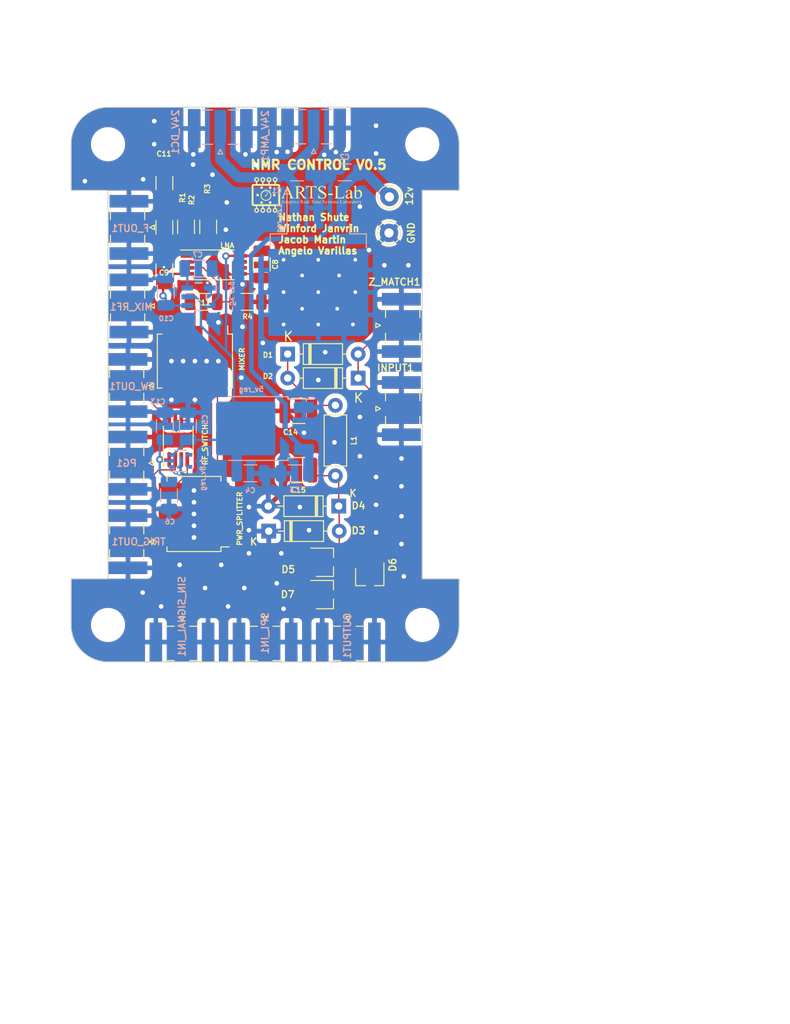
<source format=kicad_pcb>
(kicad_pcb (version 20221018) (generator pcbnew)
  (layers (0 "F.Cu" signal) (1 "In1.Cu" signal) (2 "In2.Cu" signal) (31 "B.Cu" signal) (34 "B.Paste" user) (35 "F.Paste" user) (36 "B.SilkS" user "B.Silkscreen") (37 "F.SilkS" user "F.Silkscreen") (38 "B.Mask" user) (39 "F.Mask" user) (44 "Edge.Cuts" user))
  (net 0 "")
  (net 1 "24v")
  (net 2 "GND")
  (net 3 "12v")
  (net 4 "5v")
  (net 5 "1.8v")
  (net 6 "Net-(U4-C+)")
  (net 7 "Net-(U4-C-)")
  (net 8 "-5v")
  (net 9 "Net-(J3-In)")
  (net 10 "Net-(U5-+IN1)")
  (net 11 "IF")
  (net 12 "Net-(D1-K)")
  (net 13 "Net-(D3-A)")
  (net 14 "Net-(D1-A)")
  (net 15 "Net-(J4-In)")
  (net 16 "Net-(J5-In)")
  (net 17 "Net-(J6-In)")
  (net 18 "Net-(J6-Ext)")
  (net 19 "Net-(J9-In)")
  (net 20 "Net-(U5-OUT1)")
  (net 21 "Net-(U5--IN1)")
  (net 22 "Net-(U5--IN2)")
  (net 23 "Net-(U6-LO)")
  (net 25 "Net-(U7-PORT2)")
  (footprint "Capacitor_SMD:C_1206_3216Metric" (layer "F.Cu") (at 64.1 86.65 90)
    (fp_text reference "C9")
    (fp_text value "0.1uF")
  )
  (footprint "Capacitor_SMD:C_1210_3225Metric" (layer "F.Cu") (at 78.6 108.25 180)
    (fp_text reference "C15")
    (fp_text value "C")
  )
  (footprint "Package_SO:TSSOP-8_4.4x3mm_P0.65mm" (layer "F.Cu") (at 69.44 86.05)
    (fp_text reference "LNA")
    (fp_text value "LM4565FV_J-GE2")
  )
  (footprint "Resistor_SMD:R_1206_3216Metric" (layer "F.Cu") (at 64.1 82 90)
    (fp_text reference "R1")
    (fp_text value "12k")
  )
  (footprint "Diode_THT:D_DO-35_SOD27_P7.62mm_Horizontal" (layer "F.Cu") (at 85.06 98.3 180)
    (fp_text reference "D2")
    (fp_text value "D")
  )
  (footprint "Connector_Coaxial:SMA_Samtec_SMA-J-P-X-ST-EM1_EdgeMount" (layer "F.Cu") (at 60.2625 82 -90)
    (fp_text reference "F_OUT1")
    (fp_text value "F_OUT1")
  )
  (footprint "Capacitor_SMD:C_1206_3216Metric" (layer "F.Cu") (at 68.34 90.05 180)
    (fp_text reference "C12")
    (fp_text value "1nF")
  )
  (footprint "Capacitor_SMD:C_1210_3225Metric" (layer "F.Cu") (at 78.6 101.85 180)
    (fp_text reference "C14")
    (fp_text value "C")
  )
  (footprint "Connector_Coaxial:SMA_Samtec_SMA-J-P-X-ST-EM1_EdgeMount" (layer "F.Cu") (at 60.1625 116 -90)
    (fp_text reference "TRIG_OUT1")
    (fp_text value "TRIG_OUT1")
  )
  (footprint "Connector_Coaxial:SMA_Samtec_SMA-J-P-X-ST-EM1_EdgeMount" (layer "F.Cu") (at 84 126.85)
    (fp_text reference "OUTPUT1")
    (fp_text value "OUTPUT1")
  )
  (footprint "Connector_Coaxial:SMA_Samtec_SMA-J-P-X-ST-EM1_EdgeMount" (layer "F.Cu") (at 60.2625 90.5 -90)
    (fp_text reference "MIX_RF1")
    (fp_text value "MIX_RF1")
  )
  (footprint "Package_TO_SOT_SMD:TSOT-23_HandSoldering" (layer "F.Cu") (at 86.34 119.8 -90)
    (fp_text reference "D6")
    (fp_text value "D_Dual_Series_AKC")
  )
  (footprint "Connector_Coaxial:SMA_Samtec_SMA-J-P-X-ST-EM1_EdgeMount" (layer "F.Cu") (at 60.1625 99.1 -90)
    (fp_text reference "SW_OUT1")
    (fp_text value "SW_OUT1")
  )
  (footprint "MountingHole:MountingHole_3.2mm_M3" (layer "F.Cu") (at 58 73)
    (fp_text reference "H4" hide)
    (fp_text value "MountingHole" hide)
  )
  (footprint "Library:ARTS" (layer "F.Cu") (at 79.502 78.486)
    (fp_text reference "G***" hide)
    (fp_text value "LOGO" hide)
  )
  (footprint "RF_Mini-Circuits:Mini-Circuits_CD636_LandPatternPL-035" (layer "F.Cu") (at 67.3 113 180)
    (fp_text reference "PWR_SPLITTER")
    (fp_text value "ADP-2-1W")
  )
  (footprint "Connector_Pin:Pin_D1.0mm_L10.0mm" (layer "F.Cu") (at 88.4 82.6 -90)
    (fp_text reference "GND")
    (fp_text value "MountingHole_Pad" hide)
  )
  (footprint "Package_TO_SOT_SMD:TSOT-23_HandSoldering" (layer "F.Cu") (at 81.45 118.2)
    (fp_text reference "D5")
    (fp_text value "D_Dual_Series_AKC")
  )
  (footprint "Connector_Coaxial:SMA_Samtec_SMA-J-P-X-ST-EM1_EdgeMount" (layer "F.Cu") (at 89.7375 101.6 90)
    (fp_text reference "INPUT1")
    (fp_text value "INPUT1")
  )
  (footprint "Diode_THT:D_DO-35_SOD27_P7.62mm_Horizontal" (layer "F.Cu") (at 75.39 114.85)
    (fp_text reference "D3")
    (fp_text value "1N4148")
  )
  (footprint "Inductor_THT:L_Axial_L5.3mm_D2.2mm_P7.62mm_Horizontal_Vishay_IM-1" (layer "F.Cu") (at 82.6 101.24 -90)
    (fp_text reference "L1")
    (fp_text value "0.56uH")
  )
  (footprint "Connector_Coaxial:SMA_Samtec_SMA-J-P-X-ST-EM1_EdgeMount" (layer "F.Cu") (at 89.7375 92.6 90)
    (fp_text reference "Z_MATCH1")
    (fp_text value "Z_MATCH1")
  )
  (footprint "Resistor_SMD:R_1206_3216Metric" (layer "F.Cu") (at 66.44 81.9375 -90)
    (fp_text reference "R2")
    (fp_text value "100k")
  )
  (footprint "Capacitor_SMD:C_1206_3216Metric" (layer "F.Cu") (at 64.1 77.2 90)
    (fp_text reference "C11")
    (fp_text value "1nF")
  )
  (footprint "RF_Mini-Circuits:Mini-Circuits_CD542_LandPatternPL-052" (layer "F.Cu") (at 67.4 96.46 -90)
    (fp_text reference "MIXER")
    (fp_text value "ADE-6")
  )
  (footprint "MountingHole:MountingHole_3.2mm_M3" (layer "F.Cu") (at 92 73)
    (fp_text reference "H3" hide)
    (fp_text value "MountingHole" hide)
  )
  (footprint "Connector_Coaxial:SMA_Samtec_SMA-J-P-X-ST-EM1_EdgeMount" (layer "F.Cu") (at 75 126.85)
    (fp_text reference "SPL_IN1")
    (fp_text value "SPL_IN1")
  )
  (footprint "Capacitor_SMD:C_1206_3216Metric" (layer "F.Cu") (at 74.64 86 -90)
    (fp_text reference "C8")
    (fp_text value "0.1uF")
  )
  (footprint "MountingHole:MountingHole_3.2mm_M3" (layer "F.Cu") (at 58 125)
    (fp_text reference "H6" hide)
    (fp_text value "MountingHole" hide)
  )
  (footprint "MountingHole:MountingHole_3.2mm_M3" (layer "F.Cu") (at 92 125)
    (fp_text reference "H5" hide)
    (fp_text value "MountingHole" hide)
  )
  (footprint "Connector_Coaxial:SMA_Samtec_SMA-J-P-X-ST-EM1_EdgeMount" (layer "F.Cu") (at 60.1625 107.5 -90)
    (fp_text reference "PG1")
    (fp_text value "PULSE_GEN_IN1")
  )
  (footprint "Package_SO:MSOP-8_3x3mm_P0.65mm" (layer "F.Cu") (at 65.6 105 90)
    (fp_text reference "RF_SWITCH")
    (fp_text value "ADG901BRMZ")
  )
  (footprint "Package_TO_SOT_SMD:TSOT-23_HandSoldering" (layer "F.Cu") (at 81.44 121.7)
    (fp_text reference "D7")
    (fp_text value "D_Dual_Series_AKC")
  )
  (footprint "Resistor_SMD:R_1206_3216Metric" (layer "F.Cu") (at 73.14 90.05)
    (fp_text reference "R4")
    (fp_text value "20k")
  )
  (footprint "Diode_THT:D_DO-35_SOD27_P7.62mm_Horizontal" (layer "F.Cu") (at 77.44 95.7)
    (fp_text reference "D1")
    (fp_text value "D")
  )
  (footprint "Diode_THT:D_DO-35_SOD27_P7.62mm_Horizontal" (layer "F.Cu") (at 82.96 112.15 180)
    (fp_text reference "D4")
    (fp_text value "1N4148")
  )
  (footprint "Connector_Pin:Pin_D1.0mm_L10.0mm" (layer "F.Cu") (at 88.45 78.7 -90)
    (fp_text reference "12v")
    (fp_text value "MountingHole_Pad" hide)
  )
  (footprint "Connector_Coaxial:SMA_Samtec_SMA-J-P-X-ST-EM1_EdgeMount" (layer "F.Cu") (at 66 126.85)
    (fp_text reference "SIN_SIGNAL_IN1")
    (fp_text value "SIN_SIGNAL_IN1")
  )
  (footprint "Resistor_SMD:R_1206_3216Metric" (layer "F.Cu") (at 68.84 81.9375 -90)
    (fp_text reference "R3")
    (fp_text value "1k")
  )
  (footprint "Package_TO_SOT_SMD:TO-263-3_TabPin2" (layer "B.Cu") (at 80.75 87.525 -90)
    (fp_text reference "12v_reg")
    (fp_text value "LM7812_TO220")
  )
  (footprint "Capacitor_SMD:C_1206_3216Metric" (layer "B.Cu") (at 66.65 103.5 90)
    (fp_text reference "C5")
    (fp_text value "1uF")
  )
  (footprint "Package_TO_SOT_SMD:TO-252-2" (layer "B.Cu") (at 74.16 103.75 180)
    (fp_text reference "5v_reg")
    (fp_text value "NCP1117-5.0_TO252")
  )
  (footprint "Connector_Coaxial:SMA_Samtec_SMA-J-P-X-ST-EM1_EdgeMount" (layer "B.Cu") (at 70.15 71.3)
    (fp_text reference "24V_DC1")
    (fp_text value "24V_DC1")
  )
  (footprint "Capacitor_SMD:C_1206_3216Metric" (layer "B.Cu") (at 83.6 76.05 180)
    (fp_text reference "C2")
    (fp_text value "1uF")
  )
  (footprint "Capacitor_SMD:C_1206_3216Metric" (layer "B.Cu") (at 78.45 76.05)
    (fp_text reference "C1")
    (fp_text value ".33uF")
  )
  (footprint "Capacitor_SMD:C_1206_3216Metric" (layer "B.Cu") (at 64.15 103.5 -90)
    (fp_text reference "C13")
    (fp_text value "0.1uF")
  )
  (footprint "Capacitor_SMD:C_1206_3216Metric" (layer "B.Cu") (at 64.25 88.95 90)
    (fp_text reference "C10")
    (fp_text value "10uF")
  )
  (footprint "Capacitor_SMD:C_1206_3216Metric" (layer "B.Cu") (at 67.775 86.45 180)
    (fp_text reference "C7")
    (fp_text value "10uF")
  )
  (footprint "Capacitor_SMD:C_1206_3216Metric" (layer "B.Cu") (at 78.2 108.6 180)
    (fp_text reference "C3")
    (fp_text value "10uF")
  )
  (footprint "Package_TO_SOT_SMD:SOT-353_SC-70-5" (layer "B.Cu") (at 65.85 107.25)
    (fp_text reference "1.8v_reg")
    (fp_text value "NCP715-1.8v")
  )
  (footprint "Capacitor_SMD:C_1206_3216Metric" (layer "B.Cu") (at 64.6 110.98 -90)
    (fp_text reference "C6")
    (fp_text value "1uF")
  )
  (footprint "Capacitor_SMD:C_1206_3216Metric" (layer "B.Cu") (at 73.4 108.6)
    (fp_text reference "C4")
    (fp_text value "10uF")
  )
  (footprint "Connector_Coaxial:SMA_Samtec_SMA-J-P-X-ST-EM1_EdgeMount" (layer "B.Cu") (at 80.25 71.25)
    (fp_text reference "24V_AMP1")
    (fp_text value "24V_AMP1")
  )
  (footprint "Library:MF05A" (layer "B.Cu") (at 67.8 89.5)
    (fp_text reference "-5v_reg")
    (fp_text value "LM828(-5v)")
  )
  (gr_arc (start 58 129) (mid 55.171573 127.828427) (end 54 125) (stroke (width 0.1)) (layer "Edge.Cuts"))
  (gr_line (start 54 78) (end 54 73) (stroke (width 0.1)) (layer "Edge.Cuts"))
  (gr_line (start 92 78) (end 92 120) (stroke (width 0.1)) (layer "Edge.Cuts"))
  (gr_line (start 65 129) (end 58 129) (stroke (width 0.1)) (layer "Edge.Cuts"))
  (gr_line (start 58 120) (end 54.5 120) (stroke (width 0.1)) (layer "Edge.Cuts"))
  (gr_line (start 85 69) (end 92 69) (stroke (width 0.1)) (layer "Edge.Cuts"))
  (gr_line (start 85 129) (end 92 129) (stroke (width 0.1)) (layer "Edge.Cuts"))
  (gr_line (start 54.5 120) (end 54 120) (stroke (width 0.1)) (layer "Edge.Cuts"))
  (gr_line (start 58 69) (end 65 69) (stroke (width 0.1)) (layer "Edge.Cuts"))
  (gr_arc (start 96 125) (mid 94.828427 127.828427) (end 92 129) (stroke (width 0.1)) (layer "Edge.Cuts"))
  (gr_line (start 58 78) (end 54 78) (stroke (width 0.1)) (layer "Edge.Cuts"))
  (gr_arc (start 54 73) (mid 55.171573 70.171573) (end 58 69) (stroke (width 0.1)) (layer "Edge.Cuts"))
  (gr_line (start 85 129) (end 65 129) (stroke (width 0.1)) (layer "Edge.Cuts"))
  (gr_line (start 92 120) (end 96 120) (stroke (width 0.1)) (layer "Edge.Cuts"))
  (gr_arc (start 92 69) (mid 94.828427 70.171573) (end 96 73) (stroke (width 0.1)) (layer "Edge.Cuts"))
  (gr_line (start 65 69) (end 85 69) (stroke (width 0.1)) (layer "Edge.Cuts"))
  (gr_line (start 54 120) (end 54 125) (stroke (width 0.1)) (layer "Edge.Cuts"))
  (gr_line (start 92 78) (end 96 78) (stroke (width 0.1)) (layer "Edge.Cuts"))
  (gr_line (start 96 78) (end 96 73) (stroke (width 0.1)) (layer "Edge.Cuts"))
  (gr_line (start 96 120) (end 96 125) (stroke (width 0.1)) (layer "Edge.Cuts"))
  (gr_line (start 58 78) (end 58 120) (stroke (width 0.1)) (layer "Edge.Cuts"))
  (gr_text "NMR CONTROL V0.5" (at 73.279 75.819) (layer "F.SilkS") (effects (font (size 1 1) (thickness 0.25) bold) (justify left bottom)))
  (gr_text "Nathan Shute\nWinford Janvrin\nJacob Martin\nAngelo Varillas" (at 76.327 84.963) (layer "F.SilkS") (effects (font (size 0.75 0.75) (thickness 0.1875) bold) (justify left bottom)))
  (segment (start 77.5 76.05) (end 80.25 73.3) (width 1.1) (layer "B.Cu") (net 1))
  (segment (start 78.21 77.285) (end 76.975 76.05) (width 1.1) (layer "B.Cu") (net 1))
  (segment (start 78.21 79.875) (end 78.21 77.285) (width 1.1) (layer "B.Cu") (net 1))
  (segment (start 72.1 76.6) (end 70.15 74.65) (width 1.1) (layer "B.Cu") (net 1))
  (segment (start 76.975 76.05) (end 77.5 76.05) (width 1.1) (layer "B.Cu") (net 1))
  (segment (start 76.425 76.6) (end 76.975 76.05) (width 1.1) (layer "B.Cu") (net 1))
  (segment (start 70.15 74.65) (end 70.15 71.1) (width 1.1) (layer "B.Cu") (net 1))
  (segment (start 80.25 73.3) (end 80.25 70.9125) (width 1.1) (layer "B.Cu") (net 1))
  (segment (start 72.1 76.6) (end 76.425 76.6) (width 1.1) (layer "B.Cu") (net 1))
  (segment (start 70.05 70.9125) (end 70.05 72.0775) (width 0.5) (layer "B.Cu") (net 1))
  (segment (start 67.225 71.1125) (end 67.225 74.1) (width 1.1) (layer "F.Cu") (net 2))
  (segment (start 79.73 120.75) (end 79.73 122.65) (width 0.140856) (layer "F.Cu") (net 2))
  (segment (start 72.3025 87.025) (end 73.84 87.025) (width 0.140856) (layer "F.Cu") (net 2))
  (segment (start 65.7 108.65) (end 65.7 108.65) (width 0.140856) (layer "F.Cu") (net 2))
  (segment (start 74.6025 87.8625) (end 74.64 87.825) (width 0.140856) (layer "F.Cu") (net 2))
  (segment (start 79.2 103.925) (end 77.125 101.85) (width 0.5) (layer "F.Cu") (net 2))
  (segment (start 77.425 73.825) (end 77.425 71.1125) (width 1.1) (layer "F.Cu") (net 2))
  (segment (start 89.7125 95.4) (end 89.7375 95.425) (width 0.5) (layer "F.Cu") (net 2))
  (segment (start 89.7125 104.4) (end 89.7375 104.425) (width 0.5) (layer "F.Cu") (net 2))
  (segment (start 77.125 108.25) (end 77.125 110.365) (width 0.5) (layer "F.Cu") (net 2))
  (segment (start 79.2 104.2) (end 79.2 106.175) (width 0.5) (layer "F.Cu") (net 2))
  (segment (start 88.31 89.2) (end 90.0875 89.2) (width 0.140856) (layer "F.Cu") (net 2))
  (segment (start 65.925 108.375) (end 65.7 108.6) (width 0.140856) (layer "F.Cu") (net 2))
  (segment (start 64.04 85.175) (end 64.04 86.29) (width 0.140856) (layer "F.Cu") (net 2))
  (segment (start 74.6025 90.05) (end 74.6025 87.8625) (width 0.140856) (layer "F.Cu") (net 2))
  (segment (start 72.875 74.090461) (end 72.864326 74.101135) (width 1.1) (layer "F.Cu") (net 2))
  (segment (start 72.875 71.1125) (end 72.875 74.090461) (width 1.1) (layer "F.Cu") (net 2))
  (segment (start 65.925 107.1125) (end 65.925 108.375) (width 0.140856) (layer "F.Cu") (net 2))
  (segment (start 63.9525 75.7375) (end 63.94 75.725) (width 0.140856) (layer "F.Cu") (net 2))
  (segment (start 79.2 106.175) (end 77.125 108.25) (width 0.5) (layer "F.Cu") (net 2))
  (segment (start 83.075 73.375) (end 83.075 71.1125) (width 1.1) (layer "F.Cu") (net 2))
  (segment (start 73.84 87.025) (end 74.64 87.825) (width 0.140856) (layer "F.Cu") (net 2))
  (segment (start 79.2 104.2) (end 79.2 103.925) (width 0.5) (layer "F.Cu") (net 2))
  (segment (start 68.84 80.475) (end 68.8 80.435) (width 0.140856) (layer "F.Cu") (net 2))
  (segment (start 65.75 108.6) (end 65.7 108.6) (width 0.140856) (layer "F.Cu") (net 2))
  (segment (start 77.125 110.365) (end 75.34 112.15) (width 0.5) (layer "F.Cu") (net 2))
  (segment (start 64.04 86.29) (end 64.05 86.3) (width 0.140856) (layer "F.Cu") (net 2))
  (segment (start 83.1 73.4) (end 83.075 73.375) (width 1.1) (layer "F.Cu") (net 2))
  (segment (start 65.7 108.6) (end 65.7 108.65) (width 0.140856) (layer "F.Cu") (net 2))
  (segment (start 63.64 84.775) (end 64.04 85.175) (width 0.140856) (layer "F.Cu") (net 2))
  (segment (start 82.65 73.85) (end 83.1 73.4) (width 1.1) (layer "F.Cu") (net 2))
  (segment (start 79.74 117.25) (end 79.74 119.15) (width 0.140856) (layer "F.Cu") (net 2))
  (segment (start 72.9 71.1375) (end 72.875 71.1125) (width 1.1) (layer "F.Cu") (net 2))
  (segment (start 72.8755 87.825) (end 72.5505 88.15) (width 0.140856) (layer "F.Cu") (net 2))
  (segment (start 74.64 87.825) (end 72.8755 87.825) (width 0.140856) (layer "F.Cu") (net 2))
  (via (at 87 71) (size 1) (drill 0.5) (layers "F.Cu" "B.Cu") (net 2))
  (via (at 63 73) (size 1) (drill 0.5) (layers "F.Cu" "B.Cu") (net 2))
  (via (at 77.425 73.825) (size 1) (drill 0.5) (layers "F.Cu" "B.Cu") (net 2))
  (via (at 73.25 112.25) (size 1) (drill 0.5) (layers "F.Cu" "B.Cu") (net 2))
  (via (at 76.75 117.25) (size 1) (drill 0.5) (layers "F.Cu" "B.Cu") (net 2))
  (via (at 77 85.5) (size 0.8) (drill 0.4) (layers "F.Cu" "B.Cu") (net 2))
  (via (at 83 87.2) (size 0.8) (drill 0.4) (layers "F.Cu" "B.Cu") (net 2))
  (via (at 70.25 118.5) (size 1) (drill 0.5) (layers "F.Cu" "B.Cu") (net 2))
  (via (at 89.75 113.25) (size 1) (drill 0.5) (layers "F.Cu" "B.Cu") (net 2))
  (via (at 72.864326 74.101135) (size 1) (drill 0.5) (layers "F.Cu" "B.Cu") (net 2))
  (via (at 84.75 89) (size 0.8) (drill 0.4) (layers "F.Cu" "B.Cu") (net 2))
  (via (at 71 123) (size 1) (drill 0.5) (layers "F.Cu" "B.Cu") (net 2))
  (via (at 87 112) (size 1) (drill 0.5) (layers "F.Cu" "B.Cu") (net 2))
  (via (at 76.25 73.85) (size 1) (drill 0.5) (layers "F.Cu" "B.Cu") (net 2))
  (via (at 81.5 95.5) (size 1) (drill 0.5) (layers "F.Cu" "B.Cu") (net 2))
  (via (at 84.5 92.5) (size 0.8) (drill 0.4) (layers "F.Cu" "B.Cu") (net 2))
  (via (at 87 115) (size 1) (drill 0.5) (layers "F.Cu" "B.Cu") (net 2))
  (via (at 72.5505 92.75) (size 1) (drill 0.5) (layers "F.Cu" "B.Cu") (net 2))
  (via (at 77 123.25) (size 1) (drill 0.5) (layers "F.Cu" "B.Cu") (net 2))
  (via (at 84.75 85.5) (size 0.8) (drill 0.4) (layers "F.Cu" "B.Cu") (net 2))
  (via (at 86.233 84.455) (size 1) (drill 0.5) (layers "F.Cu" "B.Cu") (net 2))
  (via (at 78.75 112.25) (size 1) (drill 0.5) (layers "F.Cu" "B.Cu") (net 2))
  (via (at 65.7 108.6) (size 0.5) (drill 0.254) (layers "F.Cu" "B.Cu") (net 2))
  (via (at 63.75 123) (size 1) (drill 0.5) (layers "F.Cu" "B.Cu") (net 2))
  (via (at 77 89) (size 0.8) (drill 0.4) (layers "F.Cu" "B.Cu") (net 2))
  (via (at 79.2 104.2) (size 1) (drill 0.5) (layers "F.Cu" "B.Cu") (net 2))
  (via (at 67.2 75.2) (size 1) (drill 0.5) (layers "F.Cu" "B.Cu") (net 2))
  (via (at 74 75.25) (size 1) (drill 0.5) (layers "F.Cu" "B.Cu") (net 2))
  (via (at 89.75 110) (size 1) (drill 0.5) (layers "F.Cu" "B.Cu") (net 2))
  (via (at 90.5 86.1) (size 1) (drill 0.5) (layers "F.Cu" "B.Cu") (net 2))
  (via (at 70.75 82.25) (size 1) (drill 0.5) (layers "F.Cu" "B.Cu") (net 2))
  (via (at 65.75 118.5) (size 1) (drill 0.5) (layers "F.Cu" "B.Cu") (net 2))
  (via (at 61.8 76.8) (size 1) (drill 0.5) (layers "F.Cu" "B.Cu") (net 2))
  (via (at 68.75 88) (size 0.5) (drill 0.254) (layers "F.Cu" "B.Cu") (net 2))
  (via (at 80.75 89) (size 0.8) (drill 0.4) (layers "F.Cu" "B.Cu") (net 2))
  (via (at 87 109) (size 1) (drill 0.5) (layers "F.Cu" "B.Cu") (net 2))
  (via (at 72.5505 88.15) (size 1) (drill 0.5) (layers "F.Cu" "B.Cu") (net 2))
  (via (at 72.4245 98.25) (size 1) (drill 0.5) (layers "F.Cu" "B.Cu") (net 2))
  (via (at 82.8 90.8) (size 0.8) (drill 0.4) (layers "F.Cu" "B.Cu") (net 2))
  (via (at 89.75 116.25) (size 1) (drill 0.5) (layers "F.Cu" "B.Cu") (net 2))
  (via (at 89.75 107) (size 1) (drill 0.5) (layers "F.Cu" "B.Cu") (net 2))
  (via (at 63 70.5) (size 1) (drill 0.5) (layers "F.Cu" "B.Cu") (net 2))
  (via (at 85.25 102.5) (size 1) (drill 0.5) (layers "F.Cu" "B.Cu") (net 2))
  (via (at 85.25 79.75) (size 1) (drill 0.5) (layers "F.Cu" "B.Cu") (net 2))
  (via (at 70.85 79.3) (size 1) (drill 0.5) (layers "F.Cu" "B.Cu") (net 2))
  (via (at 82.65 73.85) (size 1) (drill 0.5) (layers "F.Cu" "B.Cu") (net 2))
  (via (at 73.25 117.25) (size 1) (drill 0.5) (layers "F.Cu" "B.Cu") (net 2))
  (via (at 61.75 121.5) (size 1) (drill 0.5) (layers "F.Cu" "B.Cu") (net 2))
  (via (at 85.25 106.75) (size 1) (drill 0.5) (layers "F.Cu" "B.Cu") (net 2))
  (via (at 81.4 74.15) (size 1) (drill 0.5) (layers "F.Cu" "B.Cu") (net 2))
  (via (at 79 90.8) (size 0.8) (drill 0.4) (layers "F.Cu" "B.Cu") (net 2))
  (via (at 76.25 120.5) (size 1) (drill 0.5) (layers "F.Cu" "B.Cu") (net 2))
  (via (at 67.225 74.1) (size 1) (drill 0.5) (layers "F.Cu" "B.Cu") (net 2))
  (via (at 77 92.5) (size 0.8) (drill 0.4) (layers "F.Cu" "B.Cu") (net 2))
  (via (at 80.75 85.5) (size 0.8) (drill 0.4) (layers "F.Cu" "B.Cu") (net 2))
  (via (at 68.5 121) (size 1) (drill 0.5) (layers "F.Cu" "B.Cu") (net 2))
  (via (at 72.75 121) (size 1) (drill 0.5) (layers "F.Cu" "B.Cu") (net 2))
  (via (at 90 119.75) (size 1) (drill 0.5) (layers "F.Cu" "B.Cu") (net 2))
  (via (at 74.75 94.5) (size 1) (drill 0.5) (layers "F.Cu" "B.Cu") (net 2))
  (via (at 73.25 114.75) (size 1) (drill 0.5) (layers "F.Cu" "B.Cu") (net 2))
  (via (at 64.05 86.3) (size 0.5) (drill 0.254) (layers "F.Cu" "B.Cu") (net 2))
  (via (at 87.9 86.1) (size 1) (drill 0.5) (layers "F.Cu" "B.Cu") (net 2))
  (via (at 80.75 92.5) (size 0.8) (drill 0.4) (layers "F.Cu" "B.Cu") (net 2))
  (via (at 82.5 105.25) (size 1) (drill 0.5) (layers "F.Cu" "B.Cu") (net 2))
  (via (at 87 74) (size 1) (drill 0.5) (layers "F.Cu" "B.Cu") (net 2))
  (via (at 69.3 76.3) (size 1) (drill 0.5) (layers "F.Cu" "B.Cu") (net 2))
  (via (at 79.75 114.75) (size 1) (drill 0.5) (layers "F.Cu" "B.Cu") (net 2))
  (via (at 79 87.2) (size 0.8) (drill 0.4) (layers "F.Cu" "B.Cu") (net 2))
  (via (at 80.75 98.5) (size 1) (drill 0.5) (layers "F.Cu" "B.Cu") (net 2))
  (via (at 55.5 77) (size 1) (drill 0.5) (layers "F.Cu" "B.Cu") (net 2))
  (segment (start 80.75 77.425) (end 82.125 76.05) (width 1.1) (layer "B.Cu") (net 2))
  (segment (start 65.7 108.65) (end 65.25 108.65) (width 0.140856) (layer "B.Cu") (net 2))
  (segment (start 64.6 112.455) (end 66.575 112.455) (width 0.5) (layer "B.Cu") (net 2))
  (segment (start 80.75 79.875) (end 80.75 77.425) (width 1.1) (layer "B.Cu") (net 2))
  (segment (start 64.15 101.051) (end 64.86 100.341) (width 0.5) (layer "B.Cu") (net 2))
  (segment (start 65.25 108.65) (end 64.9 108.3) (width 0.140856) (layer "B.Cu") (net 2))
  (segment (start 74.875 108.6) (end 76.725 108.6) (width 1.1) (layer "B.Cu") (net 2))
  (segment (start 76.25 73.85) (end 77.4 73.85) (width 1.1) (layer "B.Cu") (net 2))
  (segment (start 75.34 109.065) (end 74.875 108.6) (width 0.5) (layer "B.Cu") (net 2))
  (segment (start 80.75 79.875) (end 80.75 76.875) (width 1.1) (layer "B.Cu") (net 2))
  (segment (start 66.65 101.091) (end 67.4 100.341) (width 0.5) (layer "B.Cu") (net 2))
  (segment (start 80.75 76.875) (end 79.925 76.05) (width 1.1) (layer "B.Cu") (net 2))
  (segment (start 66.755 112.455) (end 67.3 113) (width 0.5) (layer "B.Cu") (net 2))
  (segment (start 81.4 74.15) (end 82.35 74.15) (width 1.1) (layer "B.Cu") (net 2))
  (segment (start 64.9 108.3) (end 64.9 107.9) (width 0.140856) (layer "B.Cu") (net 2))
  (segment (start 82.35 74.15) (end 82.65 73.85) (width 1.1) (layer "B.Cu") (net 2))
  (segment (start 79.2 101.47) (end 79.2 104.2) (width 0.5) (layer "B.Cu") (net 2))
  (segment (start 75.34 114.8) (end 75.39 114.85) (width 1.1) (layer "B.Cu") (net 2))
  (segment (start 64.05 86.3) (end 64.05 87.275) (width 0.140856) (layer "B.Cu") (net 2))
  (segment (start 66.65 102.025) (end 66.65 101.091) (width 0.5) (layer "B.Cu") (net 2))
  (segment (start 77.425 73.825) (end 77.425 71.1125) (width 1.1) (layer "B.Cu") (net 2))
  (segment (start 74 75.25) (end 72.875 74.125) (width 1.1) (layer "B.Cu") (net 2))
  (segment (start 75.34 112.15) (end 75.34 109.065) (width 0.5) (layer "B.Cu") (net 2))
  (segment (start 64.6 112.455) (end 66.755 112.455) (width 0.5) (layer "B.Cu") (net 2))
  (segment (start 68.75 88) (end 69.0192 88.2692) (width 0.140856) (layer "B.Cu") (net 2))
  (segment (start 67.225 71.1125) (end 67.225 74.1) (width 1.1) (layer "B.Cu") (net 2))
  (segment (start 72.875 74.125) (end 72.875 71.1125) (width 1.1) (layer "B.Cu") (net 2))
  (segment (start 77.4 73.85) (end 77.425 73.825) (width 1.1) (layer "B.Cu") (net 2))
  (segment (start 60.05 81.8625) (end 60.0625 81.875) (width 0.140856) (layer "B.Cu") (net 2))
  (segment (start 85.525 89.775) (end 84.75 89) (width 0.5) (layer "B.Cu") (net 2))
  (segment (start 67.2 75.2) (end 67.225 75.175) (width 1.1) (layer "B.Cu") (net 2))
  (segment (start 66.575 112.455) (end 67.3 111.73) (width 0.5) (layer "B.Cu") (net 2))
  (segment (start 69.0192 88.2692) (end 69.0192 88.5475) (width 0.140856) (layer "B.Cu") (net 2))
  (segment (start 64.15 102.025) (end 64.15 101.051) (width 0.5) (layer "B.Cu") (net 2))
  (segment (start 83.075 71.1125) (end 83.075 73.425) (width 1.1) (layer "B.Cu") (net 2))
  (segment (start 67.225 75.175) (end 67.225 74.1) (width 1.1) (layer "B.Cu") (net 2))
  (segment (start 64.05 87.275) (end 64.25 87.475) (width 0.140856) (layer "B.Cu") (net 2))
  (segment (start 83.075 73.425) (end 82.65 73.85) (width 1.1) (layer "B.Cu") (net 2))
  (segment (start 73.5 97.45) (end 77.2 101.15) (width 0.5) (layer "B.Cu") (net 3))
  (segment (start 80.714949 83.25) (end 75.25 83.25) (width 0.5) (layer "B.Cu") (net 3))
  (segment (start 75.25 83.25) (end 73.5 85) (width 0.5) (layer "B.Cu") (net 3))
  (segment (start 77.2 101.15) (end 77.2 104.03) (width 0.5) (layer "B.Cu") (net 3))
  (segment (start 73.5 85) (end 73.5 97.45) (width 0.5) (layer "B.Cu") (net 3))
  (segment (start 83.29 79.875) (end 83.29 80.674949) (width 0.5) (layer "B.Cu") (net 3))
  (segment (start 83.29 79.875) (end 83.29 77.835) (width 1.1) (layer "B.Cu") (net 3))
  (segment (start 85.8 76.05) (end 88.45 78.7) (width 1.1) (layer "B.Cu") (net 3))
  (segment (start 85.075 76.05) (end 85.8 76.05) (width 1.1) (layer "B.Cu") (net 3))
  (segment (start 79.675 108.6) (end 79.675 106.505) (width 1.1) (layer "B.Cu") (net 3))
  (segment (start 77.2 104.03) (end 79.2 106.03) (width 0.5) (layer "B.Cu") (net 3))
  (segment (start 83.29 80.674949) (end 80.714949 83.25) (width 0.5) (layer "B.Cu") (net 3))
  (segment (start 79.675 106.505) (end 79.2 106.03) (width 1.1) (layer "B.Cu") (net 3))
  (segment (start 83.29 77.835) (end 85.075 76.05) (width 1.1) (layer "B.Cu") (net 3))
  (segment (start 74.44 85.075) (end 74.64 84.875) (width 0.25) (layer "F.Cu") (net 4))
  (segment (start 70.775 85.075) (end 70.75 85.1) (width 0.25) (layer "F.Cu") (net 4))
  (segment (start 72.3025 85.075) (end 70.775 85.075) (width 0.25) (layer "F.Cu") (net 4))
  (segment (start 74.875 84.875) (end 74.64 84.875) (width 0.5) (layer "F.Cu") (net 4))
  (segment (start 72.3025 85.075) (end 74.44 85.075) (width 0.25) (layer "F.Cu") (net 4))
  (via (at 70.75 85.1) (size 0.8) (drill 0.4) (layers "F.Cu" "B.Cu") (net 4))
  (segment (start 71.6 101.85) (end 71.225 102.225) (width 0.25) (layer "B.Cu") (net 4))
  (segment (start 68.05 90) (end 68.05 92.65) (width 0.25) (layer "B.Cu") (net 4))
  (segment (start 71.6 96.2) (end 71.6 98.5) (width 0.25) (layer "B.Cu") (net 4))
  (segment (start 68.05 92.65) (end 71.6 96.2) (width 0.25) (layer "B.Cu") (net 4))
  (segment (start 71.175 105.325) (end 71.225 105.275) (width 1.1) (layer "B.Cu") (net 4))
  (segment (start 65.025 106.6) (end 66.65 104.975) (width 0.25) (layer "B.Cu") (net 4))
  (segment (start 64.9 106.6) (end 65.025 106.6) (width 0.25) (layer "B.Cu") (net 4))
  (segment (start 70.925 104.975) (end 71.225 105.275) (width 0.25) (layer "B.Cu") (net 4))
  (segment (start 70.75 85.1) (end 70.773 85.123) (width 0.25) (layer "B.Cu") (net 4))
  (segment (start 70.773 85.123) (end 70.773 95.373) (width 0.25) (layer "B.Cu") (net 4))
  (segment (start 71.925 105.975) (end 71.225 105.275) (width 1.1) (layer "B.Cu") (net 4))
  (segment (start 71.925 108.6) (end 71.925 105.975) (width 1.1) (layer "B.Cu") (net 4))
  (segment (start 70.773 95.373) (end 71.6 96.2) (width 0.25) (layer "B.Cu") (net 4))
  (segment (start 66.5808 89.5) (end 67.4658 89.5) (width 0.25) (layer "B.Cu") (net 4))
  (segment (start 66.65 104.975) (end 70.925 104.975) (width 0.25) (layer "B.Cu") (net 4))
  (segment (start 71.6 98.5) (end 71.6 101.85) (width 0.25) (layer "B.Cu") (net 4))
  (segment (start 67.4658 89.5) (end 68.05 90.0842) (width 0.25) (layer "B.Cu") (net 4))
  (segment (start 64.625 107.1125) (end 63.9125 107.1125) (width 0.25) (layer "F.Cu") (net 5))
  (via (at 63.6 107.1) (size 0.8) (drill 0.4) (layers "F.Cu" "B.Cu") (net 5))
  (segment (start 63.6 107.1) (end 63.6 108.525) (width 0.25) (layer "B.Cu") (net 5))
  (segment (start 63.75 107.25) (end 64.9 107.25) (width 0.25) (layer "B.Cu") (net 5))
  (segment (start 63.6 105.525) (end 64.15 104.975) (width 0.25) (layer "B.Cu") (net 5))
  (segment (start 63.6 108.505) (end 64.6 109.505) (width 0.25) (layer "B.Cu") (net 5))
  (segment (start 63.6 107.1) (end 63.6 105.525) (width 0.25) (layer "B.Cu") (net 5))
  (segment (start 69.9792 89.4925) (end 69.0192 90.4525) (width 0.25) (layer "B.Cu") (net 6))
  (segment (start 69.9792 87.1792) (end 69.9792 89.4925) (width 0.25) (layer "B.Cu") (net 6))
  (segment (start 69.25 86.45) (end 69.9792 87.1792) (width 0.25) (layer "B.Cu") (net 6))
  (segment (start 66.5808 86.7308) (end 66.3 86.45) (width 0.25) (layer "B.Cu") (net 7))
  (segment (start 66.5808 88.5475) (end 66.5808 86.7308) (width 0.25) (layer "B.Cu") (net 7))
  (segment (start 65.14 87.025) (end 66.5775 87.025) (width 0.25) (layer "F.Cu") (net 8))
  (segment (start 63.95 88.215) (end 64.04 88.125) (width 0.25) (layer "F.Cu") (net 8))
  (segment (start 64.04 88.125) (end 65.14 87.025) (width 0.25) (layer "F.Cu") (net 8))
  (segment (start 63.95 89.4) (end 63.95 88.215) (width 0.25) (layer "F.Cu") (net 8))
  (via (at 63.95 89.4) (size 0.8) (drill 0.4) (layers "F.Cu" "B.Cu") (net 8))
  (segment (start 66.5808 90.4525) (end 64.2775 90.4525) (width 0.25) (layer "B.Cu") (net 8))
  (segment (start 64.25 90.425) (end 64.25 89.7) (width 0.25) (layer "B.Cu") (net 8))
  (segment (start 64.25 89.7) (end 63.95 89.4) (width 0.25) (layer "B.Cu") (net 8))
  (segment (start 64.2775 90.4525) (end 64.25 90.425) (width 0.25) (layer "B.Cu") (net 8))
  (segment (start 64.1 80.3775) (end 64.1 78.835) (width 0.140856) (layer "F.Cu") (net 9))
  (segment (start 64.1 78.835) (end 63.94 78.675) (width 0.140856) (layer "F.Cu") (net 9))
  (segment (start 59.9625 82) (end 62.4775 82) (width 0.140856) (layer "F.Cu") (net 9))
  (segment (start 62.4775 82) (end 64.1 80.3775) (width 0.140856) (layer "F.Cu") (net 9))
  (segment (start 66.5775 86.375) (end 66.6025 86.35) (width 0.140856) (layer "F.Cu") (net 10))
  (segment (start 69.815 90.05) (end 71.6775 90.05) (width 0.140856) (layer "F.Cu") (net 10))
  (segment (start 66.6025 86.35) (end 68.29 86.35) (width 0.140856) (layer "F.Cu") (net 10))
  (segment (start 69.815 87.875) (end 69.815 90.05) (width 0.140856) (layer "F.Cu") (net 10))
  (segment (start 68.29 86.35) (end 69.815 87.875) (width 0.140856) (layer "F.Cu") (net 10))
  (segment (start 67.4 90.585) (end 67.4 93.92) (width 0.140856) (layer "F.Cu") (net 11))
  (segment (start 66.865 93.385) (end 66.865 94.265) (width 0.140856) (layer "F.Cu") (net 11))
  (segment (start 66.865 90.05) (end 67.4 90.585) (width 0.140856) (layer "F.Cu") (net 11))
  (segment (start 66.865 94.265) (end 67.4 94.8) (width 0.140856) (layer "F.Cu") (net 11))
  (segment (start 67.4 93.92) (end 66.865 93.385) (width 0.140856) (layer "F.Cu") (net 11))
  (segment (start 77.44 98.3) (end 77.44 95.7) (width 0.140856) (layer "F.Cu") (net 12))
  (segment (start 80.675 101.25) (end 82.59 101.25) (width 0.140856) (layer "F.Cu") (net 12))
  (segment (start 80.075 101.85) (end 80.675 101.25) (width 0.140856) (layer "F.Cu") (net 12))
  (segment (start 80.075 100.935) (end 77.44 98.3) (width 0.140856) (layer "F.Cu") (net 12))
  (segment (start 82.59 101.25) (end 82.6 101.24) (width 0.140856) (layer "F.Cu") (net 12))
  (segment (start 83.01 114.85) (end 83.01 112.2) (width 0.140856) (layer "F.Cu") (net 13))
  (segment (start 82.96 112.15) (end 82.96 109.22) (width 0.140856) (layer "F.Cu") (net 13))
  (segment (start 86.34 121.51) (end 83.34 121.51) (width 0.140856) (layer "F.Cu") (net 13))
  (segment (start 83.15 121.7) (end 83.15 122.69) (width 0.140856) (layer "F.Cu") (net 13))
  (segment (start 83.34 121.51) (end 83.15 121.7) (width 0.140856) (layer "F.Cu") (net 13))
  (segment (start 83.15 121.7) (end 83.15 118.2) (width 0.140856) (layer "F.Cu") (net 13))
  (segment (start 83.01 118.05) (end 83.16 118.2) (width 0.140856) (layer "F.Cu") (net 13))
  (segment (start 84 127.05) (end 84 123.54) (width 0.140856) (layer "F.Cu") (net 13))
  (segment (start 83.16 108.8) (end 83.11 108.75) (width 0.140856) (layer "F.Cu") (net 13))
  (segment (start 82.6 108.86) (end 80.685 108.86) (width 0.140856) (layer "F.Cu") (net 13))
  (segment (start 80.685 108.86) (end 80.075 108.25) (width 0.140856) (layer "F.Cu") (net 13))
  (segment (start 84 123.54) (end 83.15 122.69) (width 0.140856) (layer "F.Cu") (net 13))
  (segment (start 83.01 114.85) (end 83.01 118.05) (width 0.140856) (layer "F.Cu") (net 13))
  (segment (start 85.06 95.7) (end 88.16 92.6) (width 0.140856) (layer "F.Cu") (net 14))
  (segment (start 85.06 95.7) (end 85.06 98.3) (width 0.140856) (layer "F.Cu") (net 14))
  (segment (start 85.06 98.3) (end 88.36 101.6) (width 0.140856) (layer "F.Cu") (net 14))
  (segment (start 64.86 93.92) (end 61.44 90.5) (width 0.140856) (layer "F.Cu") (net 15))
  (segment (start 61.44 90.5) (end 59.9625 90.5) (width 0.140856) (layer "F.Cu") (net 15))
  (segment (start 69.84 115.54) (end 69.84 115.57) (width 0.140856) (layer "F.Cu") (net 16))
  (segment (start 75 120.7) (end 75 127.05) (width 0.140856) (layer "F.Cu") (net 16))
  (segment (start 69.84 115.54) (end 75 120.7) (width 0.140856) (layer "F.Cu") (net 16))
  (segment (start 61.0275 116) (end 59.8625 116) (width 0.140856) (layer "F.Cu") (net 17))
  (segment (start 62.784572 114.35) (end 61.134572 116) (width 0.140856) (layer "F.Cu") (net 17))
  (segment (start 59.8625 107.5) (end 61.3555 107.5) (width 0.140856) (layer "F.Cu") (net 17))
  (segment (start 61.134572 116) (end 59.8625 116) (width 0.140856) (layer "F.Cu") (net 17))
  (segment (start 63.488644 108.225) (end 62.784572 108.929072) (width 0.140856) (layer "F.Cu") (net 17))
  (segment (start 61.3555 107.5) (end 62.784572 108.929072) (width 0.140856) (layer "F.Cu") (net 17))
  (segment (start 66 127.05) (end 66 121.8) (width 0.140856) (layer "F.Cu") (net 17))
  (segment (start 62.9 117.8725) (end 61.0275 116) (width 0.140856) (layer "F.Cu") (net 17))
  (segment (start 65.275 107.1125) (end 65.275 108.225) (width 0.140856) (layer "F.Cu") (net 17))
  (segment (start 62.784572 108.929072) (end 62.784572 114.35) (width 0.140856) (layer "F.Cu") (net 17))
  (segment (start 65.275 108.225) (end 63.488644 108.225) (width 0.140856) (layer "F.Cu") (net 17))
  (segment (start 62.9 118.7) (end 62.9 117.8725) (width 0.140856) (layer "F.Cu") (net 17))
  (segment (start 66 121.8) (end 62.9 118.7) (width 0.140856) (layer "F.Cu") (net 17))
  (segment (start 65.275 102.8875) (end 66.575 102.8875) (width 0.140856) (layer "F.Cu") (net 18))
  (segment (start 62.95 100.65) (end 61.4 99.1) (width 0.140856) (layer "F.Cu") (net 19))
  (segment (start 64.625 102.8875) (end 62.95 101.2125) (width 0.140856) (layer "F.Cu") (net 19))
  (segment (start 62.95 101.2125) (end 62.95 100.65) (width 0.140856) (layer "F.Cu") (net 19))
  (segment (start 61.4 99.1) (end 59.8625 99.1) (width 0.140856) (layer "F.Cu") (net 19))
  (segment (start 66.44 84.9375) (end 66.44 83.4) (width 0.140856) (layer "F.Cu") (net 20))
  (segment (start 63.94 83.4625) (end 66.3775 83.4625) (width 0.140856) (layer "F.Cu") (net 20))
  (segment (start 66.5775 85.075) (end 66.44 84.9375) (width 0.140856) (layer "F.Cu") (net 20))
  (segment (start 66.3775 83.4625) (end 66.44 83.4) (width 0.140856) (layer "F.Cu") (net 20))
  (segment (start 66.44 80.475) (end 66.44 81) (width 0.140856) (layer "F.Cu") (net 21))
  (segment (start 66.44 81) (end 68.84 83.4) (width 0.140856) (layer "F.Cu") (net 21))
  (segment (start 67.75 85.7) (end 68.84 84.61) (width 0.140856) (layer "F.Cu") (net 21))
  (segment (start 68.84 84.61) (end 68.84 83.4) (width 0.140856) (layer "F.Cu") (net 21))
  (segment (start 66.5775 85.725) (end 66.6025 85.7) (width 0.140856) (layer "F.Cu") (net 21))
  (segment (start 66.6025 85.7) (end 67.75 85.7) (width 0.140856) (layer "F.Cu") (net 21))
  (segment (start 72.3025 85.725) (end 72.3025 86.375) (width 0.140856) (layer "F.Cu") (net 22))
  (segment (start 69.84 110.46) (end 69.84 99.1) (width 0.140856) (layer "F.Cu") (net 23))
  (segment (start 69.84 99.1) (end 69.94 99) (width 0.140856) (layer "F.Cu") (net 23))
  (segment (start 64.76 110.46) (end 66.575 108.645) (width 0.140856) (layer "F.Cu") (net 25))
  (segment (start 66.575 108.665) (end 66.575 107.1125) (width 0.140856) (layer "F.Cu") (net 25))
  (zone (net 2) (net_name "GND") (layer "F.Cu") (priority 1) (connect_pads (clearance 0.5)) (min_thickness 0.25) (fill yes (thermal_gap 0.5) (thermal_bridge_width 0.5) (island_removal_mode 1) (island_area_min 10))
    (polygon (pts (xy 53.95 69) (xy 96 69) (xy 96 129) (xy 53.95 129)))
  )
  (zone (net 2) (net_name "GND") (layer "B.Cu") (priority 2) (connect_pads (clearance 0.5)) (min_thickness 0.25) (fill yes (thermal_gap 0.5) (thermal_bridge_width 0.5) (island_removal_mode 1) (island_area_min 10))
    (polygon (pts (xy 53.6 69) (xy 96.5 69) (xy 96.5 129.05) (xy 53.6 129.05)))
  )
)
</source>
